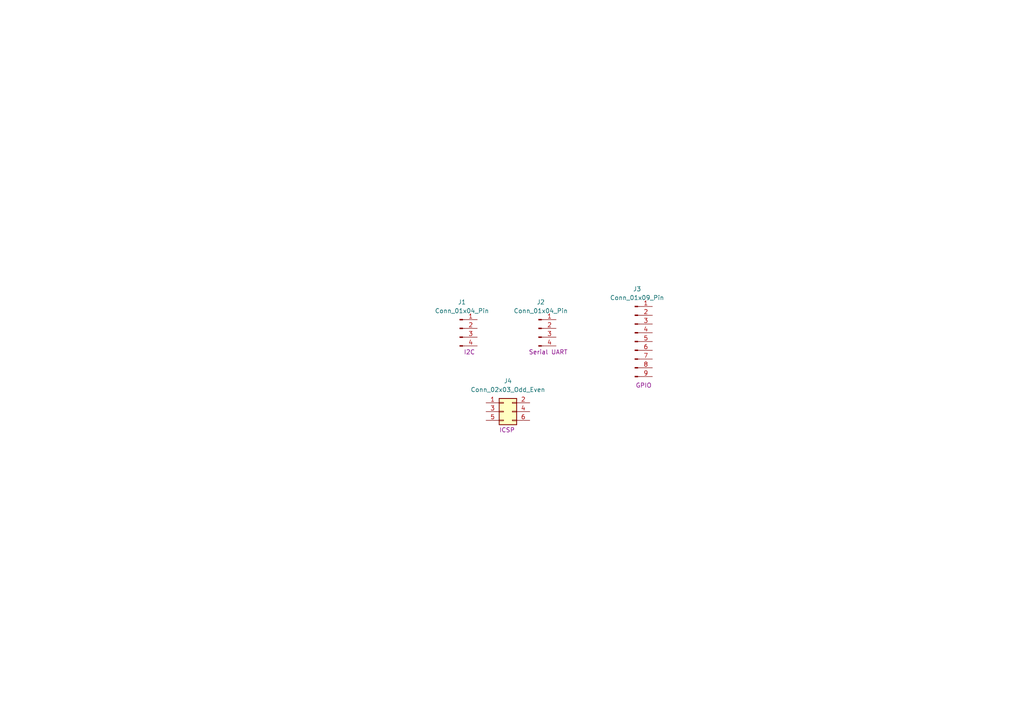
<source format=kicad_sch>
(kicad_sch (version 20231120) (generator "eeschema") (generator_version "8.0")
  (paper "A4")
  (lib_symbols
    (symbol "Connector:Conn_01x04_Pin" (pin_names (offset 1.016) hide)
      (property "Reference" "J" (at 0 5.08 0))
      (property "Value" "Conn_01x04_Pin" (at 0 -7.62 0))
      (symbol "Conn_01x04_Pin_1_1"
        (polyline (pts (xy 1.27 -5.08) (xy 0.8636 -5.08)) (stroke (width 0.1524)))
        (polyline (pts (xy 1.27 -2.54) (xy 0.8636 -2.54)) (stroke (width 0.1524)))
        (polyline (pts (xy 1.27 0) (xy 0.8636 0)) (stroke (width 0.1524)))
        (polyline (pts (xy 1.27 2.54) (xy 0.8636 2.54)) (stroke (width 0.1524)))
        (rectangle (start 0.8636 -4.953) (end 0 -5.207) (stroke (width 0.1524)) (fill (type outline)))
        (rectangle (start 0.8636 -2.413) (end 0 -2.667) (stroke (width 0.1524)) (fill (type outline)))
        (rectangle (start 0.8636 0.127) (end 0 -0.127) (stroke (width 0.1524)) (fill (type outline)))
        (rectangle (start 0.8636 2.667) (end 0 2.413) (stroke (width 0.1524)) (fill (type outline)))
        (pin passive line (at 5.08 2.54 180) (length 3.81) (name "Pin_1") (number "1"))
        (pin passive line (at 5.08 0 180) (length 3.81) (name "Pin_2") (number "2"))
        (pin passive line (at 5.08 -2.54 180) (length 3.81) (name "Pin_3") (number "3"))
        (pin passive line (at 5.08 -5.08 180) (length 3.81) (name "Pin_4") (number "4"))
      )
    )
    (symbol "Connector:Conn_01x09_Pin" (pin_names (offset 1.016) hide)
      (property "Reference" "J" (at 0 12.7 0))
      (property "Value" "Conn_01x09_Pin" (at 0 -12.7 0))
      (symbol "Conn_01x09_Pin_1_1"
        (polyline (pts (xy 1.27 -10.16) (xy 0.8636 -10.16)) (stroke (width 0.1524)))
        (polyline (pts (xy 1.27 -7.62) (xy 0.8636 -7.62)) (stroke (width 0.1524)))
        (polyline (pts (xy 1.27 -5.08) (xy 0.8636 -5.08)) (stroke (width 0.1524)))
        (polyline (pts (xy 1.27 -2.54) (xy 0.8636 -2.54)) (stroke (width 0.1524)))
        (polyline (pts (xy 1.27 0) (xy 0.8636 0)) (stroke (width 0.1524)))
        (polyline (pts (xy 1.27 2.54) (xy 0.8636 2.54)) (stroke (width 0.1524)))
        (polyline (pts (xy 1.27 5.08) (xy 0.8636 5.08)) (stroke (width 0.1524)))
        (polyline (pts (xy 1.27 7.62) (xy 0.8636 7.62)) (stroke (width 0.1524)))
        (polyline (pts (xy 1.27 10.16) (xy 0.8636 10.16)) (stroke (width 0.1524)))
        (rectangle (start 0.8636 -10.033) (end 0 -10.287) (stroke (width 0.1524)) (fill (type outline)))
        (rectangle (start 0.8636 -7.493) (end 0 -7.747) (stroke (width 0.1524)) (fill (type outline)))
        (rectangle (start 0.8636 -4.953) (end 0 -5.207) (stroke (width 0.1524)) (fill (type outline)))
        (rectangle (start 0.8636 -2.413) (end 0 -2.667) (stroke (width 0.1524)) (fill (type outline)))
        (rectangle (start 0.8636 0.127) (end 0 -0.127) (stroke (width 0.1524)) (fill (type outline)))
        (rectangle (start 0.8636 2.667) (end 0 2.413) (stroke (width 0.1524)) (fill (type outline)))
        (rectangle (start 0.8636 5.207) (end 0 4.953) (stroke (width 0.1524)) (fill (type outline)))
        (rectangle (start 0.8636 7.747) (end 0 7.493) (stroke (width 0.1524)) (fill (type outline)))
        (rectangle (start 0.8636 10.287) (end 0 10.033) (stroke (width 0.1524)) (fill (type outline)))
        (pin passive line (at 5.08 10.16 180) (length 3.81) (name "Pin_1") (number "1"))
        (pin passive line (at 5.08 7.62 180) (length 3.81) (name "Pin_2") (number "2"))
        (pin passive line (at 5.08 5.08 180) (length 3.81) (name "Pin_3") (number "3"))
        (pin passive line (at 5.08 2.54 180) (length 3.81) (name "Pin_4") (number "4"))
        (pin passive line (at 5.08 0 180) (length 3.81) (name "Pin_5") (number "5"))
        (pin passive line (at 5.08 -2.54 180) (length 3.81) (name "Pin_6") (number "6"))
        (pin passive line (at 5.08 -5.08 180) (length 3.81) (name "Pin_7") (number "7"))
        (pin passive line (at 5.08 -7.62 180) (length 3.81) (name "Pin_8") (number "8"))
        (pin passive line (at 5.08 -10.16 180) (length 3.81) (name "Pin_9") (number "9"))
      )
    )
    (symbol "Connector_Generic:Conn_02x03_Odd_Even" (pin_names (offset 1.016) hide)
      (property "Reference" "J" (at 1.27 5.08 0))
      (property "Value" "Conn_02x03_Odd_Even" (at 1.27 -5.08 0))
      (symbol "Conn_02x03_Odd_Even_1_1"
        (rectangle (start -1.27 -2.413) (end 0 -2.667) (stroke (width 0.1524)))
        (rectangle (start -1.27 0.127) (end 0 -0.127) (stroke (width 0.1524)))
        (rectangle (start -1.27 2.667) (end 0 2.413) (stroke (width 0.1524)))
        (rectangle (start -1.27 3.81) (end 3.81 -3.81) (stroke (width 0.254)) (fill (type background)))
        (rectangle (start 3.81 -2.413) (end 2.54 -2.667) (stroke (width 0.1524)))
        (rectangle (start 3.81 0.127) (end 2.54 -0.127) (stroke (width 0.1524)))
        (rectangle (start 3.81 2.667) (end 2.54 2.413) (stroke (width 0.1524)))
        (pin passive line (at -5.08 2.54 0) (length 3.81) (name "Pin_1") (number "1"))
        (pin passive line (at 7.62 2.54 180) (length 3.81) (name "Pin_2") (number "2"))
        (pin passive line (at -5.08 0 0) (length 3.81) (name "Pin_3") (number "3"))
        (pin passive line (at 7.62 0 180) (length 3.81) (name "Pin_4") (number "4"))
        (pin passive line (at -5.08 -2.54 0) (length 3.81) (name "Pin_5") (number "5"))
        (pin passive line (at 7.62 -2.54 180) (length 3.81) (name "Pin_6") (number "6"))
      )
    )
  )
  (symbol (lib_id "Connector:Conn_01x04_Pin") (at 156.21 95.25 0) (unit 1)
    (property "Reference" "J2" (at 156.845 87.63 0))
    (property "Value" "Conn_01x04_Pin" (at 156.845 90.17 0))
    (property "Description" "Generic connector, single row, 01x04, script generated" (effects (hide yes)))
    (property "Purpose" "Serial UART" (at 159.004 102.108 0))
  )
  (symbol (lib_id "Connector_Generic:Conn_02x03_Odd_Even") (at 146.05 119.38 0) (unit 1)
    (property "Reference" "J4" (at 147.32 110.49 0))
    (property "Value" "Conn_02x03_Odd_Even" (at 147.32 113.03 0))
    (property "Description" "Generic connector, double row, 02x03, odd/even pin numbering scheme (row 1 odd numbers, row 2 even numbers), script generated (kicad-library-utils/schlib/autogen/connector/)" (effects (hide yes)))
    (property "Purpose" "ICSP" (at 147.066 124.714 0))
  )
  (symbol (lib_id "Connector:Conn_01x09_Pin") (at 184.15 99.06 0) (unit 1)
    (property "Reference" "J3" (at 184.785 83.82 0))
    (property "Value" "Conn_01x09_Pin" (at 184.785 86.36 0))
    (property "Description" "Generic connector, single row, 01x09, script generated" (effects (hide yes)))
    (property "Purpose" "GPIO" (at 186.69 111.76 0))
  )
  (symbol (lib_id "Connector:Conn_01x04_Pin") (at 133.35 95.25 0) (unit 1)
    (property "Reference" "J1" (at 133.985 87.63 0))
    (property "Value" "Conn_01x04_Pin" (at 133.985 90.17 0))
    (property "Description" "Generic connector, single row, 01x04, script generated" (effects (hide yes)))
    (property "Purpose" "I2C" (at 136.144 102.108 0))
  )
)
</source>
